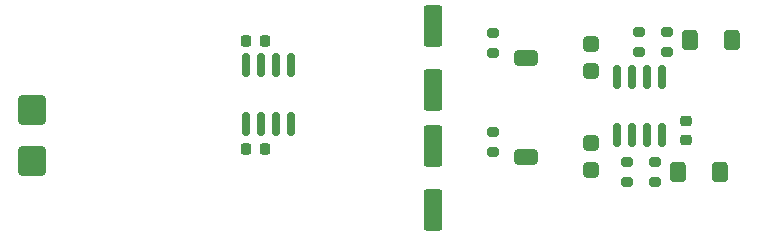
<source format=gbr>
%TF.GenerationSoftware,KiCad,Pcbnew,9.0.6-1.fc43app1*%
%TF.CreationDate,2025-12-27T19:53:40+01:00*%
%TF.ProjectId,VuMeterBoard,56754d65-7465-4724-926f-6172642e6b69,rev?*%
%TF.SameCoordinates,Original*%
%TF.FileFunction,Paste,Top*%
%TF.FilePolarity,Positive*%
%FSLAX46Y46*%
G04 Gerber Fmt 4.6, Leading zero omitted, Abs format (unit mm)*
G04 Created by KiCad (PCBNEW 9.0.6-1.fc43app1) date 2025-12-27 19:53:40*
%MOMM*%
%LPD*%
G01*
G04 APERTURE LIST*
G04 Aperture macros list*
%AMRoundRect*
0 Rectangle with rounded corners*
0 $1 Rounding radius*
0 $2 $3 $4 $5 $6 $7 $8 $9 X,Y pos of 4 corners*
0 Add a 4 corners polygon primitive as box body*
4,1,4,$2,$3,$4,$5,$6,$7,$8,$9,$2,$3,0*
0 Add four circle primitives for the rounded corners*
1,1,$1+$1,$2,$3*
1,1,$1+$1,$4,$5*
1,1,$1+$1,$6,$7*
1,1,$1+$1,$8,$9*
0 Add four rect primitives between the rounded corners*
20,1,$1+$1,$2,$3,$4,$5,0*
20,1,$1+$1,$4,$5,$6,$7,0*
20,1,$1+$1,$6,$7,$8,$9,0*
20,1,$1+$1,$8,$9,$2,$3,0*%
G04 Aperture macros list end*
%ADD10RoundRect,0.225000X0.250000X-0.225000X0.250000X0.225000X-0.250000X0.225000X-0.250000X-0.225000X0*%
%ADD11RoundRect,0.225000X-0.225000X-0.250000X0.225000X-0.250000X0.225000X0.250000X-0.225000X0.250000X0*%
%ADD12RoundRect,0.150000X0.150000X-0.825000X0.150000X0.825000X-0.150000X0.825000X-0.150000X-0.825000X0*%
%ADD13RoundRect,0.250000X-0.900000X1.000000X-0.900000X-1.000000X0.900000X-1.000000X0.900000X1.000000X0*%
%ADD14RoundRect,0.250000X0.550000X-1.500000X0.550000X1.500000X-0.550000X1.500000X-0.550000X-1.500000X0*%
%ADD15RoundRect,0.200000X0.275000X-0.200000X0.275000X0.200000X-0.275000X0.200000X-0.275000X-0.200000X0*%
%ADD16RoundRect,0.250000X-0.400000X-0.400000X0.400000X-0.400000X0.400000X0.400000X-0.400000X0.400000X0*%
%ADD17RoundRect,0.250000X-0.750000X-0.400000X0.750000X-0.400000X0.750000X0.400000X-0.750000X0.400000X0*%
%ADD18RoundRect,0.200000X-0.275000X0.200000X-0.275000X-0.200000X0.275000X-0.200000X0.275000X0.200000X0*%
%ADD19RoundRect,0.250000X0.400000X0.600000X-0.400000X0.600000X-0.400000X-0.600000X0.400000X-0.600000X0*%
%ADD20RoundRect,0.150000X-0.150000X0.825000X-0.150000X-0.825000X0.150000X-0.825000X0.150000X0.825000X0*%
G04 APERTURE END LIST*
D10*
%TO.C,C6*%
X197564500Y-106899500D03*
X197564500Y-105349500D03*
%TD*%
D11*
%TO.C,C1*%
X160382500Y-98504500D03*
X161932500Y-98504500D03*
%TD*%
D12*
%TO.C,U1*%
X160382500Y-100601500D03*
X161652500Y-100601500D03*
X162922500Y-100601500D03*
X164192500Y-100601500D03*
X164192500Y-105551500D03*
X162922500Y-105551500D03*
X161652500Y-105551500D03*
X160382500Y-105551500D03*
%TD*%
D13*
%TO.C,D3*%
X142192500Y-108664500D03*
X142192500Y-104364500D03*
%TD*%
D14*
%TO.C,C4*%
X176165500Y-112823500D03*
X176165500Y-107423500D03*
%TD*%
D15*
%TO.C,R4*%
X195977500Y-99455500D03*
X195977500Y-97805500D03*
%TD*%
D16*
%TO.C,R2*%
X189583500Y-98813500D03*
D17*
X184083500Y-99963500D03*
D16*
X189583500Y-101113500D03*
%TD*%
D18*
%TO.C,R7*%
X192612500Y-108790500D03*
X192612500Y-110440500D03*
%TD*%
D19*
%TO.C,D2*%
X200458500Y-109615500D03*
X196958500Y-109615500D03*
%TD*%
D16*
%TO.C,R6*%
X189583500Y-107201500D03*
D17*
X184083500Y-108351500D03*
D16*
X189583500Y-109501500D03*
%TD*%
D14*
%TO.C,C3*%
X176165500Y-102663500D03*
X176165500Y-97263500D03*
%TD*%
D11*
%TO.C,C2*%
X160382500Y-107648500D03*
X161932500Y-107648500D03*
%TD*%
D15*
%TO.C,R3*%
X193628500Y-99455500D03*
X193628500Y-97805500D03*
%TD*%
D19*
%TO.C,D1*%
X201474500Y-98439500D03*
X197974500Y-98439500D03*
%TD*%
D18*
%TO.C,R5*%
X181245500Y-106256500D03*
X181245500Y-107906500D03*
%TD*%
%TO.C,R8*%
X194961500Y-108790500D03*
X194961500Y-110440500D03*
%TD*%
%TO.C,R1*%
X181245500Y-97868500D03*
X181245500Y-99518500D03*
%TD*%
D20*
%TO.C,U2*%
X195532500Y-101552500D03*
X194262500Y-101552500D03*
X192992500Y-101552500D03*
X191722500Y-101552500D03*
X191722500Y-106502500D03*
X192992500Y-106502500D03*
X194262500Y-106502500D03*
X195532500Y-106502500D03*
%TD*%
M02*

</source>
